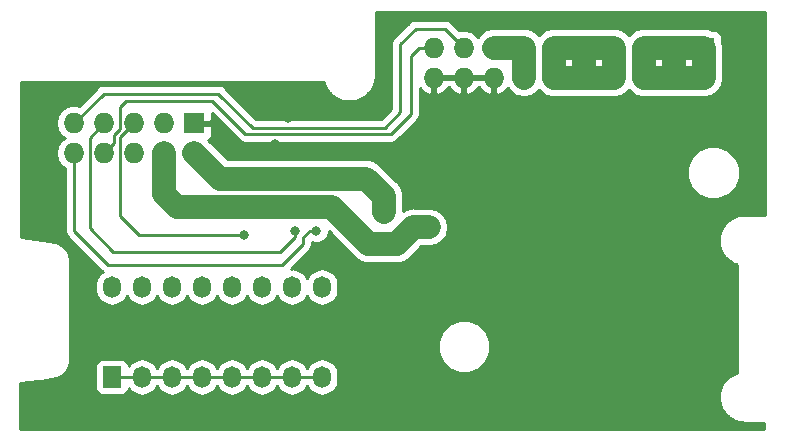
<source format=gbr>
G04 #@! TF.GenerationSoftware,KiCad,Pcbnew,(6.0.0-rc1-dev-557-ge985f797c)*
G04 #@! TF.CreationDate,2018-12-31T20:35:23+01:00*
G04 #@! TF.ProjectId,MAN Adapterplatine,4D414E2041646170746572706C617469,1.0*
G04 #@! TF.SameCoordinates,Original*
G04 #@! TF.FileFunction,Copper,L2,Bot,Signal*
G04 #@! TF.FilePolarity,Positive*
%FSLAX46Y46*%
G04 Gerber Fmt 4.6, Leading zero omitted, Abs format (unit mm)*
G04 Created by KiCad (PCBNEW (6.0.0-rc1-dev-557-ge985f797c)) date 12/31/18 20:35:23*
%MOMM*%
%LPD*%
G01*
G04 APERTURE LIST*
G04 #@! TA.AperFunction,ComponentPad*
%ADD10O,1.727200X1.727200*%
G04 #@! TD*
G04 #@! TA.AperFunction,ComponentPad*
%ADD11R,1.727200X1.727200*%
G04 #@! TD*
G04 #@! TA.AperFunction,ComponentPad*
%ADD12O,1.524000X1.824000*%
G04 #@! TD*
G04 #@! TA.AperFunction,ComponentPad*
%ADD13R,1.524000X1.824000*%
G04 #@! TD*
G04 #@! TA.AperFunction,ViaPad*
%ADD14C,0.800000*%
G04 #@! TD*
G04 #@! TA.AperFunction,Conductor*
%ADD15C,0.250000*%
G04 #@! TD*
G04 #@! TA.AperFunction,Conductor*
%ADD16C,2.000000*%
G04 #@! TD*
G04 #@! TA.AperFunction,Conductor*
%ADD17C,0.254000*%
G04 #@! TD*
G04 APERTURE END LIST*
D10*
G04 #@! TO.P,J2,10*
G04 #@! TO.N,/SR_Latch*
X96700000Y-78040000D03*
G04 #@! TO.P,J2,9*
G04 #@! TO.N,/Rx*
X96700000Y-75500000D03*
G04 #@! TO.P,J2,8*
G04 #@! TO.N,/Tx*
X99240000Y-78040000D03*
G04 #@! TO.P,J2,7*
G04 #@! TO.N,/SR_Clock*
X99240000Y-75500000D03*
G04 #@! TO.P,J2,6*
G04 #@! TO.N,/SR_Data*
X101780000Y-78040000D03*
G04 #@! TO.P,J2,5*
G04 #@! TO.N,+5V*
X101780000Y-75500000D03*
G04 #@! TO.P,J2,4*
G04 #@! TO.N,GNDPWR*
X104320000Y-78040000D03*
G04 #@! TO.P,J2,3*
G04 #@! TO.N,+10V*
X104320000Y-75500000D03*
G04 #@! TO.P,J2,2*
G04 #@! TO.N,AC*
X106860000Y-78040000D03*
D11*
G04 #@! TO.P,J2,1*
G04 #@! TO.N,GND*
X106860000Y-75500000D03*
G04 #@! TD*
D12*
G04 #@! TO.P,SW1,9*
G04 #@! TO.N,Net-(RN2-Pad1)*
X117680000Y-89380000D03*
G04 #@! TO.P,SW1,8*
G04 #@! TO.N,+5V*
X117680000Y-97000000D03*
G04 #@! TO.P,SW1,10*
G04 #@! TO.N,Net-(RN2-Pad2)*
X115140000Y-89380000D03*
G04 #@! TO.P,SW1,7*
G04 #@! TO.N,+5V*
X115140000Y-97000000D03*
G04 #@! TO.P,SW1,11*
G04 #@! TO.N,Net-(RN2-Pad3)*
X112600000Y-89380000D03*
G04 #@! TO.P,SW1,6*
G04 #@! TO.N,+5V*
X112600000Y-97000000D03*
G04 #@! TO.P,SW1,12*
G04 #@! TO.N,Net-(RN2-Pad4)*
X110060000Y-89380000D03*
G04 #@! TO.P,SW1,5*
G04 #@! TO.N,+5V*
X110060000Y-97000000D03*
G04 #@! TO.P,SW1,13*
G04 #@! TO.N,Net-(RN1-Pad1)*
X107520000Y-89380000D03*
G04 #@! TO.P,SW1,4*
G04 #@! TO.N,+5V*
X107520000Y-97000000D03*
G04 #@! TO.P,SW1,14*
G04 #@! TO.N,Net-(RN1-Pad2)*
X104980000Y-89380000D03*
G04 #@! TO.P,SW1,3*
G04 #@! TO.N,+5V*
X104980000Y-97000000D03*
G04 #@! TO.P,SW1,15*
G04 #@! TO.N,Net-(RN1-Pad3)*
X102440000Y-89380000D03*
G04 #@! TO.P,SW1,2*
G04 #@! TO.N,+5V*
X102440000Y-97000000D03*
G04 #@! TO.P,SW1,16*
G04 #@! TO.N,Net-(RN1-Pad4)*
X99900000Y-89380000D03*
D13*
G04 #@! TO.P,SW1,1*
G04 #@! TO.N,+5V*
X99900000Y-97000000D03*
G04 #@! TD*
D10*
G04 #@! TO.P,J1,20*
G04 #@! TO.N,GND*
X127140000Y-71640000D03*
G04 #@! TO.P,J1,19*
G04 #@! TO.N,/Tx*
X127140000Y-69100000D03*
G04 #@! TO.P,J1,18*
G04 #@! TO.N,GND*
X129680000Y-71640000D03*
G04 #@! TO.P,J1,17*
G04 #@! TO.N,/Rx*
X129680000Y-69100000D03*
G04 #@! TO.P,J1,16*
G04 #@! TO.N,GND*
X132220000Y-71640000D03*
G04 #@! TO.P,J1,15*
G04 #@! TO.N,+10V*
X132220000Y-69100000D03*
G04 #@! TO.P,J1,14*
X134760000Y-71640000D03*
G04 #@! TO.P,J1,13*
X134760000Y-69100000D03*
G04 #@! TO.P,J1,12*
G04 #@! TO.N,GNDPWR*
X137300000Y-71640000D03*
G04 #@! TO.P,J1,11*
X137300000Y-69100000D03*
G04 #@! TO.P,J1,10*
X139840000Y-71640000D03*
G04 #@! TO.P,J1,9*
X139840000Y-69100000D03*
G04 #@! TO.P,J1,8*
X142380000Y-71640000D03*
G04 #@! TO.P,J1,7*
X142380000Y-69100000D03*
G04 #@! TO.P,J1,6*
G04 #@! TO.N,AC*
X144920000Y-71640000D03*
G04 #@! TO.P,J1,5*
X144920000Y-69100000D03*
G04 #@! TO.P,J1,4*
X147460000Y-71640000D03*
G04 #@! TO.P,J1,3*
X147460000Y-69100000D03*
G04 #@! TO.P,J1,2*
X150000000Y-71640000D03*
D11*
G04 #@! TO.P,J1,1*
X150000000Y-69100000D03*
G04 #@! TD*
D14*
G04 #@! TO.N,GND*
X125600000Y-92100000D03*
X117000000Y-86200000D03*
X114800000Y-75100000D03*
X113700000Y-77300000D03*
G04 #@! TO.N,+5V*
X111050000Y-85000000D03*
G04 #@! TO.N,AC*
X122900000Y-81700000D03*
X122900000Y-83000000D03*
G04 #@! TO.N,GNDPWR*
X125400000Y-84300000D03*
X126700000Y-84300000D03*
G04 #@! TO.N,/SR_Latch*
X117200000Y-84600000D03*
G04 #@! TO.N,/SR_Clock*
X115400000Y-84600000D03*
G04 #@! TD*
D15*
G04 #@! TO.N,+5V*
X99900000Y-97000000D02*
X102440000Y-97000000D01*
X103452000Y-97000000D02*
X104980000Y-97000000D01*
X102440000Y-97000000D02*
X103452000Y-97000000D01*
X106508000Y-97000000D02*
X104980000Y-97000000D01*
X107520000Y-97000000D02*
X106508000Y-97000000D01*
X108532000Y-97000000D02*
X110060000Y-97000000D01*
X107520000Y-97000000D02*
X108532000Y-97000000D01*
X110060000Y-97000000D02*
X112600000Y-97000000D01*
X113612000Y-97000000D02*
X115140000Y-97000000D01*
X112600000Y-97000000D02*
X113612000Y-97000000D01*
X116668000Y-97000000D02*
X115140000Y-97000000D01*
X117680000Y-97000000D02*
X116668000Y-97000000D01*
X102200000Y-85000000D02*
X111050000Y-85000000D01*
X100591399Y-83391399D02*
X102200000Y-85000000D01*
X101780000Y-75500000D02*
X100591399Y-76688601D01*
X100591399Y-76688601D02*
X100591399Y-83391399D01*
D16*
G04 #@! TO.N,+10V*
X132220000Y-69100000D02*
X134760000Y-69100000D01*
X134760000Y-69100000D02*
X134760000Y-70460000D01*
X134760000Y-70460000D02*
X134760000Y-71640000D01*
G04 #@! TO.N,GNDPWR*
X137300000Y-69100000D02*
X139840000Y-69100000D01*
X139840000Y-69100000D02*
X139840000Y-71640000D01*
X139840000Y-69100000D02*
X142380000Y-69100000D01*
X137300000Y-71640000D02*
X139840000Y-71640000D01*
X139840000Y-71640000D02*
X142380000Y-71640000D01*
X137300000Y-69100000D02*
X137300000Y-71640000D01*
X142380000Y-69100000D02*
X142380000Y-71640000D01*
G04 #@! TO.N,AC*
X144920000Y-69100000D02*
X150000000Y-69100000D01*
X144920000Y-71640000D02*
X150000000Y-71640000D01*
X147460000Y-69100000D02*
X147460000Y-71640000D01*
X144920000Y-69100000D02*
X144920000Y-71640000D01*
X150000000Y-69100000D02*
X150000000Y-71640000D01*
X122900000Y-83000000D02*
X122900000Y-81700000D01*
X122900000Y-83000000D02*
X122900000Y-81900000D01*
X121400000Y-80200000D02*
X122900000Y-81700000D01*
X106860000Y-78040000D02*
X109020000Y-80200000D01*
X109020000Y-80200000D02*
X121400000Y-80200000D01*
G04 #@! TO.N,GNDPWR*
X125400000Y-84300000D02*
X124000000Y-85700000D01*
X124000000Y-85700000D02*
X121600000Y-85700000D01*
X121600000Y-85700000D02*
X118500000Y-82600000D01*
X118500000Y-82600000D02*
X105400000Y-82600000D01*
X104320000Y-81520000D02*
X104320000Y-78040000D01*
X105400000Y-82600000D02*
X104320000Y-81520000D01*
X125400000Y-84300000D02*
X126700000Y-84300000D01*
D15*
G04 #@! TO.N,/Tx*
X100103599Y-77176401D02*
X99240000Y-78040000D01*
X100103599Y-76496401D02*
X100103599Y-77176401D01*
X100591399Y-76008601D02*
X100103599Y-76496401D01*
X100591399Y-74108601D02*
X100591399Y-76008601D01*
X101100000Y-73600000D02*
X100591399Y-74108601D01*
X108400000Y-73600000D02*
X101100000Y-73600000D01*
X125918686Y-69100000D02*
X125200000Y-69818686D01*
X127140000Y-69100000D02*
X125918686Y-69100000D01*
X125200000Y-69818686D02*
X125200000Y-74700000D01*
X125200000Y-74700000D02*
X123500000Y-76400000D01*
X123500000Y-76400000D02*
X111200000Y-76400000D01*
X111200000Y-76400000D02*
X108400000Y-73600000D01*
G04 #@! TO.N,/Rx*
X108900000Y-73000000D02*
X99200000Y-73000000D01*
X128080000Y-67500000D02*
X125600000Y-67500000D01*
X99200000Y-73000000D02*
X96700000Y-75500000D01*
X129680000Y-69100000D02*
X128080000Y-67500000D01*
X125600000Y-67500000D02*
X124300000Y-68800000D01*
X111800000Y-75900000D02*
X108900000Y-73000000D01*
X124300000Y-68800000D02*
X124300000Y-74600000D01*
X124300000Y-74600000D02*
X123000000Y-75900000D01*
X123000000Y-75900000D02*
X111800000Y-75900000D01*
G04 #@! TO.N,/SR_Latch*
X116634315Y-84600000D02*
X116100000Y-85134315D01*
X117200000Y-84600000D02*
X116634315Y-84600000D01*
X116100000Y-85134315D02*
X116100000Y-85700000D01*
X116100000Y-85700000D02*
X114300000Y-87500000D01*
X114300000Y-87500000D02*
X99600000Y-87500000D01*
X96700000Y-84600000D02*
X96700000Y-78040000D01*
X99600000Y-87500000D02*
X96700000Y-84600000D01*
G04 #@! TO.N,/SR_Clock*
X115400000Y-85165685D02*
X114165685Y-86400000D01*
X115400000Y-84600000D02*
X115400000Y-85165685D01*
X114165685Y-86400000D02*
X100000000Y-86400000D01*
X100000000Y-86400000D02*
X98000000Y-84400000D01*
X98000000Y-76740000D02*
X99240000Y-75500000D01*
X98000000Y-84400000D02*
X98000000Y-76740000D01*
G04 #@! TD*
D17*
G04 #@! TO.N,GND*
G36*
X155228752Y-83244600D02*
X153470719Y-83244600D01*
X153452019Y-83248320D01*
X153442244Y-83247107D01*
X153254847Y-83260796D01*
X153218106Y-83270935D01*
X153180001Y-83270144D01*
X153005505Y-83301102D01*
X152969400Y-83315186D01*
X152930782Y-83318424D01*
X152774328Y-83363412D01*
X152739964Y-83381143D01*
X152701972Y-83388364D01*
X152559119Y-83446114D01*
X152526706Y-83467374D01*
X152489587Y-83478542D01*
X152358410Y-83548275D01*
X152328461Y-83572740D01*
X152292791Y-83587671D01*
X152173235Y-83668203D01*
X152145346Y-83696301D01*
X152110664Y-83715388D01*
X151995038Y-83812671D01*
X151970117Y-83843807D01*
X151937439Y-83866674D01*
X151836457Y-83972101D01*
X151815595Y-84004827D01*
X151786292Y-84030277D01*
X151696883Y-84145646D01*
X151679877Y-84179718D01*
X151653832Y-84207503D01*
X151577026Y-84330908D01*
X151563647Y-84366413D01*
X151540655Y-84396603D01*
X151474385Y-84532226D01*
X151464541Y-84569505D01*
X151444488Y-84602434D01*
X151390652Y-84749623D01*
X151384536Y-84788944D01*
X151367594Y-84824954D01*
X151327517Y-84986339D01*
X151325534Y-85028445D01*
X151312030Y-85068376D01*
X151288802Y-85246374D01*
X151291883Y-85292579D01*
X151282631Y-85337953D01*
X151281671Y-85537905D01*
X151290680Y-85584363D01*
X151287209Y-85631557D01*
X151309482Y-85811834D01*
X151323376Y-85853862D01*
X151325410Y-85898078D01*
X151365049Y-86058445D01*
X151383104Y-86096928D01*
X151389901Y-86138892D01*
X151444733Y-86285930D01*
X151466712Y-86321515D01*
X151478002Y-86361785D01*
X151545720Y-86495201D01*
X151571539Y-86528057D01*
X151587270Y-86566767D01*
X151668728Y-86690466D01*
X151697984Y-86720117D01*
X151717889Y-86756703D01*
X151809434Y-86866582D01*
X151841516Y-86892516D01*
X151865133Y-86926344D01*
X151968623Y-87025689D01*
X152003090Y-87047714D01*
X152030052Y-87078472D01*
X152143561Y-87165610D01*
X152179640Y-87183412D01*
X152209278Y-87210618D01*
X152334418Y-87286705D01*
X152371655Y-87300295D01*
X152403547Y-87323834D01*
X152541234Y-87388567D01*
X152579253Y-87397997D01*
X152613046Y-87417810D01*
X152767052Y-87471239D01*
X152804463Y-87476419D01*
X152808108Y-87478084D01*
X152808107Y-96624245D01*
X152802932Y-96625592D01*
X152768650Y-96642196D01*
X152731054Y-96648299D01*
X152584811Y-96702892D01*
X152551610Y-96723414D01*
X152513953Y-96733678D01*
X152379890Y-96800508D01*
X152348388Y-96824896D01*
X152311292Y-96839432D01*
X152188458Y-96918132D01*
X152159360Y-96946131D01*
X152123585Y-96964860D01*
X152011810Y-97054996D01*
X151985516Y-97086479D01*
X151951497Y-97109398D01*
X151849036Y-97212641D01*
X151826405Y-97246791D01*
X151795157Y-97273286D01*
X151706056Y-97385481D01*
X151687388Y-97421796D01*
X151659335Y-97451462D01*
X151580476Y-97576932D01*
X151565756Y-97615482D01*
X151540904Y-97648429D01*
X151474087Y-97786794D01*
X151463652Y-97827069D01*
X151442472Y-97862882D01*
X151389428Y-98013930D01*
X151383468Y-98055810D01*
X151366218Y-98094435D01*
X151328622Y-98259713D01*
X151327424Y-98303569D01*
X151314388Y-98345459D01*
X151295166Y-98527261D01*
X151299376Y-98573394D01*
X151291234Y-98618999D01*
X151295115Y-98816277D01*
X151304837Y-98860580D01*
X151302375Y-98905871D01*
X151327521Y-99081712D01*
X151341389Y-99121119D01*
X151343824Y-99162823D01*
X151385450Y-99322729D01*
X151402820Y-99358595D01*
X151409393Y-99397898D01*
X151464665Y-99543833D01*
X151485261Y-99576802D01*
X151495647Y-99614265D01*
X151563230Y-99748378D01*
X151586939Y-99778729D01*
X151601016Y-99814578D01*
X151679670Y-99937145D01*
X151706461Y-99964946D01*
X151724227Y-99999223D01*
X151814246Y-100111791D01*
X151844146Y-100136970D01*
X151865681Y-100169589D01*
X151967116Y-100272153D01*
X152000177Y-100294509D01*
X152025614Y-100325263D01*
X152140261Y-100418617D01*
X152175448Y-100437251D01*
X152203965Y-100465039D01*
X152325572Y-100544034D01*
X152362775Y-100558882D01*
X152394307Y-100583582D01*
X152533283Y-100653853D01*
X152571992Y-100664641D01*
X152606120Y-100685857D01*
X152753908Y-100741459D01*
X152792705Y-100747859D01*
X152828108Y-100764972D01*
X152990186Y-100807031D01*
X153028749Y-100809253D01*
X153065087Y-100822360D01*
X153241274Y-100848958D01*
X153278771Y-100847212D01*
X153315189Y-100856321D01*
X153453028Y-100863043D01*
X153470719Y-100866562D01*
X155101163Y-100866562D01*
X155101162Y-101398576D01*
X92131636Y-101398576D01*
X92131636Y-97533585D01*
X94498837Y-97228697D01*
X94501310Y-97227865D01*
X94501916Y-97227900D01*
X94679535Y-97203031D01*
X94692262Y-97198594D01*
X94705736Y-97198879D01*
X94875724Y-97168788D01*
X94896705Y-97160612D01*
X94919205Y-97159728D01*
X95081044Y-97120870D01*
X95110566Y-97107259D01*
X95142813Y-97103150D01*
X95295904Y-97051890D01*
X95333697Y-97030279D01*
X95375939Y-97019755D01*
X95512048Y-96955593D01*
X95556821Y-96922476D01*
X95608234Y-96901057D01*
X95728612Y-96820267D01*
X95776814Y-96771868D01*
X95833961Y-96734437D01*
X95935059Y-96635176D01*
X95979745Y-96569607D01*
X96035287Y-96512949D01*
X96117016Y-96387957D01*
X96147870Y-96311320D01*
X96191117Y-96240936D01*
X96245240Y-96094768D01*
X96246320Y-96088000D01*
X98490560Y-96088000D01*
X98490560Y-97912000D01*
X98539843Y-98159765D01*
X98680191Y-98369809D01*
X98890235Y-98510157D01*
X99138000Y-98559440D01*
X100662000Y-98559440D01*
X100909765Y-98510157D01*
X101119809Y-98369809D01*
X101260157Y-98159765D01*
X101300162Y-97958643D01*
X101432821Y-98157180D01*
X101894919Y-98465944D01*
X102440000Y-98574368D01*
X102985082Y-98465944D01*
X103447180Y-98157180D01*
X103710000Y-97763842D01*
X103972821Y-98157180D01*
X104434919Y-98465944D01*
X104980000Y-98574368D01*
X105525082Y-98465944D01*
X105987180Y-98157180D01*
X106250000Y-97763842D01*
X106512821Y-98157180D01*
X106974919Y-98465944D01*
X107520000Y-98574368D01*
X108065082Y-98465944D01*
X108527180Y-98157180D01*
X108790000Y-97763842D01*
X109052821Y-98157180D01*
X109514919Y-98465944D01*
X110060000Y-98574368D01*
X110605082Y-98465944D01*
X111067180Y-98157180D01*
X111330000Y-97763842D01*
X111592821Y-98157180D01*
X112054919Y-98465944D01*
X112600000Y-98574368D01*
X113145082Y-98465944D01*
X113607180Y-98157180D01*
X113870000Y-97763842D01*
X114132821Y-98157180D01*
X114594919Y-98465944D01*
X115140000Y-98574368D01*
X115685082Y-98465944D01*
X116147180Y-98157180D01*
X116410000Y-97763842D01*
X116672821Y-98157180D01*
X117134919Y-98465944D01*
X117680000Y-98574368D01*
X118225082Y-98465944D01*
X118687180Y-98157180D01*
X118995944Y-97695081D01*
X119077000Y-97287587D01*
X119077000Y-96712412D01*
X118995944Y-96304918D01*
X118687179Y-95842820D01*
X118225081Y-95534056D01*
X117680000Y-95425632D01*
X117134918Y-95534056D01*
X116672820Y-95842821D01*
X116410000Y-96236159D01*
X116147179Y-95842820D01*
X115685081Y-95534056D01*
X115140000Y-95425632D01*
X114594918Y-95534056D01*
X114132820Y-95842821D01*
X113870000Y-96236159D01*
X113607179Y-95842820D01*
X113145081Y-95534056D01*
X112600000Y-95425632D01*
X112054918Y-95534056D01*
X111592820Y-95842821D01*
X111330000Y-96236159D01*
X111067179Y-95842820D01*
X110605081Y-95534056D01*
X110060000Y-95425632D01*
X109514918Y-95534056D01*
X109052820Y-95842821D01*
X108790000Y-96236159D01*
X108527179Y-95842820D01*
X108065081Y-95534056D01*
X107520000Y-95425632D01*
X106974918Y-95534056D01*
X106512820Y-95842821D01*
X106250000Y-96236159D01*
X105987179Y-95842820D01*
X105525081Y-95534056D01*
X104980000Y-95425632D01*
X104434918Y-95534056D01*
X103972820Y-95842821D01*
X103710000Y-96236159D01*
X103447179Y-95842820D01*
X102985081Y-95534056D01*
X102440000Y-95425632D01*
X101894918Y-95534056D01*
X101432820Y-95842821D01*
X101300162Y-96041357D01*
X101260157Y-95840235D01*
X101119809Y-95630191D01*
X100909765Y-95489843D01*
X100662000Y-95440560D01*
X99138000Y-95440560D01*
X98890235Y-95489843D01*
X98680191Y-95630191D01*
X98539843Y-95840235D01*
X98490560Y-96088000D01*
X96246320Y-96088000D01*
X96257307Y-96019163D01*
X96283068Y-95947064D01*
X96308870Y-95772574D01*
X96306986Y-95734581D01*
X96318371Y-95677345D01*
X96318371Y-93955431D01*
X127465000Y-93955431D01*
X127465000Y-94844569D01*
X127805259Y-95666026D01*
X128433974Y-96294741D01*
X129255431Y-96635000D01*
X130144569Y-96635000D01*
X130966026Y-96294741D01*
X131594741Y-95666026D01*
X131935000Y-94844569D01*
X131935000Y-93955431D01*
X131594741Y-93133974D01*
X130966026Y-92505259D01*
X130144569Y-92165000D01*
X129255431Y-92165000D01*
X128433974Y-92505259D01*
X127805259Y-93133974D01*
X127465000Y-93955431D01*
X96318371Y-93955431D01*
X96318371Y-87025446D01*
X96307570Y-86971145D01*
X96309397Y-86936404D01*
X96283763Y-86759384D01*
X96258119Y-86686926D01*
X96246170Y-86611001D01*
X96192385Y-86464768D01*
X96150000Y-86395449D01*
X96120106Y-86319906D01*
X96041627Y-86198315D01*
X95987175Y-86142104D01*
X95943679Y-86077043D01*
X95843575Y-85976989D01*
X95786268Y-85938719D01*
X95737997Y-85889540D01*
X95617998Y-85807733D01*
X95565629Y-85785468D01*
X95520012Y-85751446D01*
X95380948Y-85685218D01*
X95338269Y-85674406D01*
X95300103Y-85652449D01*
X95150259Y-85601841D01*
X95117870Y-85597628D01*
X95088242Y-85583889D01*
X94924573Y-85544211D01*
X94901627Y-85543258D01*
X94880236Y-85534899D01*
X94709643Y-85504527D01*
X94695882Y-85504804D01*
X94682888Y-85500271D01*
X94570051Y-85484447D01*
X94560380Y-85481194D01*
X92193179Y-85176305D01*
X92193179Y-75500000D01*
X95172041Y-75500000D01*
X95288350Y-76084725D01*
X95619570Y-76580430D01*
X95903281Y-76770000D01*
X95619570Y-76959570D01*
X95288350Y-77455275D01*
X95172041Y-78040000D01*
X95288350Y-78624725D01*
X95619570Y-79120430D01*
X95940001Y-79334535D01*
X95940000Y-84525153D01*
X95925112Y-84600000D01*
X95940000Y-84674847D01*
X95940000Y-84674851D01*
X95984096Y-84896536D01*
X96152071Y-85147929D01*
X96215530Y-85190331D01*
X99009673Y-87984476D01*
X99052071Y-88047929D01*
X99103317Y-88082171D01*
X98892820Y-88222821D01*
X98584056Y-88684919D01*
X98503000Y-89092413D01*
X98503000Y-89667588D01*
X98584056Y-90075082D01*
X98892821Y-90537180D01*
X99354919Y-90845944D01*
X99900000Y-90954368D01*
X100445082Y-90845944D01*
X100907180Y-90537180D01*
X101170000Y-90143842D01*
X101432821Y-90537180D01*
X101894919Y-90845944D01*
X102440000Y-90954368D01*
X102985082Y-90845944D01*
X103447180Y-90537180D01*
X103710000Y-90143842D01*
X103972821Y-90537180D01*
X104434919Y-90845944D01*
X104980000Y-90954368D01*
X105525082Y-90845944D01*
X105987180Y-90537180D01*
X106250000Y-90143842D01*
X106512821Y-90537180D01*
X106974919Y-90845944D01*
X107520000Y-90954368D01*
X108065082Y-90845944D01*
X108527180Y-90537180D01*
X108790000Y-90143842D01*
X109052821Y-90537180D01*
X109514919Y-90845944D01*
X110060000Y-90954368D01*
X110605082Y-90845944D01*
X111067180Y-90537180D01*
X111330000Y-90143842D01*
X111592821Y-90537180D01*
X112054919Y-90845944D01*
X112600000Y-90954368D01*
X113145082Y-90845944D01*
X113607180Y-90537180D01*
X113870000Y-90143842D01*
X114132821Y-90537180D01*
X114594919Y-90845944D01*
X115140000Y-90954368D01*
X115685082Y-90845944D01*
X116147180Y-90537180D01*
X116410000Y-90143842D01*
X116672821Y-90537180D01*
X117134919Y-90845944D01*
X117680000Y-90954368D01*
X118225082Y-90845944D01*
X118687180Y-90537180D01*
X118995944Y-90075081D01*
X119077000Y-89667587D01*
X119077000Y-89092412D01*
X118995944Y-88684918D01*
X118687179Y-88222820D01*
X118225081Y-87914056D01*
X117680000Y-87805632D01*
X117134918Y-87914056D01*
X116672820Y-88222821D01*
X116410000Y-88616159D01*
X116147179Y-88222820D01*
X115685081Y-87914056D01*
X115140000Y-87805632D01*
X115051582Y-87823220D01*
X116584476Y-86290327D01*
X116647929Y-86247929D01*
X116690327Y-86184476D01*
X116690329Y-86184474D01*
X116790204Y-86035000D01*
X116815904Y-85996537D01*
X116860000Y-85774852D01*
X116860000Y-85774848D01*
X116874888Y-85700001D01*
X116860000Y-85625154D01*
X116860000Y-85579443D01*
X116994126Y-85635000D01*
X117405874Y-85635000D01*
X117786280Y-85477431D01*
X118077431Y-85186280D01*
X118235000Y-84805874D01*
X118235000Y-84647238D01*
X120330014Y-86742253D01*
X120421231Y-86878769D01*
X120962055Y-87240136D01*
X121438969Y-87335000D01*
X121599999Y-87367031D01*
X121761029Y-87335000D01*
X123838970Y-87335000D01*
X124000000Y-87367031D01*
X124161030Y-87335000D01*
X124161031Y-87335000D01*
X124637945Y-87240136D01*
X125178769Y-86878769D01*
X125269988Y-86742250D01*
X126077239Y-85935000D01*
X126861031Y-85935000D01*
X127337945Y-85840136D01*
X127878769Y-85478769D01*
X128240136Y-84937945D01*
X128367031Y-84300000D01*
X128240136Y-83662055D01*
X127878769Y-83121231D01*
X127337945Y-82759864D01*
X126861031Y-82665000D01*
X125561030Y-82665000D01*
X125400000Y-82632969D01*
X125238970Y-82665000D01*
X125238969Y-82665000D01*
X124762055Y-82759864D01*
X124535000Y-82911577D01*
X124535000Y-81861025D01*
X124567030Y-81699999D01*
X124535000Y-81538973D01*
X124535000Y-81538969D01*
X124440136Y-81062055D01*
X124078769Y-80521231D01*
X123942252Y-80430014D01*
X122767669Y-79255431D01*
X148565000Y-79255431D01*
X148565000Y-80144569D01*
X148905259Y-80966026D01*
X149533974Y-81594741D01*
X150355431Y-81935000D01*
X151244569Y-81935000D01*
X152066026Y-81594741D01*
X152694741Y-80966026D01*
X153035000Y-80144569D01*
X153035000Y-79255431D01*
X152694741Y-78433974D01*
X152066026Y-77805259D01*
X151244569Y-77465000D01*
X150355431Y-77465000D01*
X149533974Y-77805259D01*
X148905259Y-78433974D01*
X148565000Y-79255431D01*
X122767669Y-79255431D01*
X122669988Y-79157750D01*
X122578769Y-79021231D01*
X122037945Y-78659864D01*
X121561031Y-78565000D01*
X121561030Y-78565000D01*
X121400000Y-78532969D01*
X121238970Y-78565000D01*
X109697239Y-78565000D01*
X108048556Y-76916318D01*
X108083299Y-76901927D01*
X108261927Y-76723298D01*
X108358600Y-76489909D01*
X108358600Y-75785750D01*
X108199850Y-75627000D01*
X106987000Y-75627000D01*
X106987000Y-75647000D01*
X106733000Y-75647000D01*
X106733000Y-75627000D01*
X106713000Y-75627000D01*
X106713000Y-75373000D01*
X106733000Y-75373000D01*
X106733000Y-75353000D01*
X106987000Y-75353000D01*
X106987000Y-75373000D01*
X108199850Y-75373000D01*
X108358600Y-75214250D01*
X108358600Y-74633401D01*
X110609671Y-76884473D01*
X110652071Y-76947929D01*
X110903463Y-77115904D01*
X111125148Y-77160000D01*
X111125153Y-77160000D01*
X111200000Y-77174888D01*
X111274847Y-77160000D01*
X123425153Y-77160000D01*
X123500000Y-77174888D01*
X123574847Y-77160000D01*
X123574852Y-77160000D01*
X123796537Y-77115904D01*
X124047929Y-76947929D01*
X124090331Y-76884470D01*
X125684473Y-75290329D01*
X125747929Y-75247929D01*
X125915904Y-74996537D01*
X125960000Y-74774852D01*
X125960000Y-74774848D01*
X125974888Y-74700001D01*
X125960000Y-74625154D01*
X125960000Y-72527450D01*
X126251510Y-72846821D01*
X126780973Y-73094968D01*
X127013000Y-72974469D01*
X127013000Y-71767000D01*
X127267000Y-71767000D01*
X127267000Y-72974469D01*
X127499027Y-73094968D01*
X128028490Y-72846821D01*
X128410000Y-72428848D01*
X128791510Y-72846821D01*
X129320973Y-73094968D01*
X129553000Y-72974469D01*
X129553000Y-71767000D01*
X129807000Y-71767000D01*
X129807000Y-72974469D01*
X130039027Y-73094968D01*
X130568490Y-72846821D01*
X130950000Y-72428848D01*
X131331510Y-72846821D01*
X131860973Y-73094968D01*
X132093000Y-72974469D01*
X132093000Y-71767000D01*
X129807000Y-71767000D01*
X129553000Y-71767000D01*
X127267000Y-71767000D01*
X127013000Y-71767000D01*
X126993000Y-71767000D01*
X126993000Y-71513000D01*
X127013000Y-71513000D01*
X127013000Y-71493000D01*
X127267000Y-71493000D01*
X127267000Y-71513000D01*
X129553000Y-71513000D01*
X129553000Y-71493000D01*
X129807000Y-71493000D01*
X129807000Y-71513000D01*
X132093000Y-71513000D01*
X132093000Y-71493000D01*
X132347000Y-71493000D01*
X132347000Y-71513000D01*
X132367000Y-71513000D01*
X132367000Y-71767000D01*
X132347000Y-71767000D01*
X132347000Y-72974469D01*
X132579027Y-73094968D01*
X133108490Y-72846821D01*
X133392251Y-72535939D01*
X133581232Y-72818769D01*
X134122056Y-73180136D01*
X134760000Y-73307031D01*
X135397945Y-73180136D01*
X135938769Y-72818769D01*
X136030000Y-72682232D01*
X136121231Y-72818769D01*
X136662055Y-73180136D01*
X137138969Y-73275000D01*
X137300000Y-73307031D01*
X137461031Y-73275000D01*
X139678969Y-73275000D01*
X139840000Y-73307031D01*
X140001031Y-73275000D01*
X142218969Y-73275000D01*
X142380000Y-73307031D01*
X143017945Y-73180136D01*
X143558769Y-72818769D01*
X143650000Y-72682232D01*
X143741231Y-72818769D01*
X144282055Y-73180136D01*
X144758969Y-73275000D01*
X144920000Y-73307031D01*
X145081031Y-73275000D01*
X147298969Y-73275000D01*
X147460000Y-73307031D01*
X147621031Y-73275000D01*
X149838969Y-73275000D01*
X150000000Y-73307031D01*
X150637945Y-73180136D01*
X151178769Y-72818769D01*
X151540136Y-72277945D01*
X151635000Y-71801031D01*
X151667031Y-71640000D01*
X151635000Y-71478969D01*
X151635000Y-69261031D01*
X151667031Y-69100000D01*
X151540136Y-68462055D01*
X151511040Y-68418510D01*
X151511040Y-68236400D01*
X151461757Y-67988635D01*
X151321409Y-67778591D01*
X151111365Y-67638243D01*
X150863600Y-67588960D01*
X150681490Y-67588960D01*
X150637945Y-67559864D01*
X150161031Y-67465000D01*
X150000000Y-67432969D01*
X149838969Y-67465000D01*
X147621031Y-67465000D01*
X147460000Y-67432969D01*
X147298969Y-67465000D01*
X145081031Y-67465000D01*
X144920000Y-67432969D01*
X144758969Y-67465000D01*
X144282055Y-67559864D01*
X143741231Y-67921231D01*
X143650000Y-68057768D01*
X143558769Y-67921231D01*
X143017945Y-67559864D01*
X142541031Y-67465000D01*
X142380000Y-67432969D01*
X142218969Y-67465000D01*
X140001031Y-67465000D01*
X139840000Y-67432969D01*
X139678969Y-67465000D01*
X137461031Y-67465000D01*
X137300000Y-67432969D01*
X137138969Y-67465000D01*
X136662055Y-67559864D01*
X136121231Y-67921231D01*
X136030000Y-68057768D01*
X135938769Y-67921231D01*
X135397945Y-67559864D01*
X134921031Y-67465000D01*
X134760000Y-67432969D01*
X134598969Y-67465000D01*
X132058969Y-67465000D01*
X131582055Y-67559864D01*
X131041231Y-67921231D01*
X130867977Y-68180525D01*
X130760430Y-68019570D01*
X130264725Y-67688350D01*
X129827598Y-67601400D01*
X129532402Y-67601400D01*
X129302026Y-67647225D01*
X128670331Y-67015530D01*
X128627929Y-66952071D01*
X128376537Y-66784096D01*
X128154852Y-66740000D01*
X128154847Y-66740000D01*
X128080000Y-66725112D01*
X128005153Y-66740000D01*
X125674848Y-66740000D01*
X125600000Y-66725112D01*
X125525152Y-66740000D01*
X125525148Y-66740000D01*
X125303463Y-66784096D01*
X125052071Y-66952071D01*
X125009671Y-67015527D01*
X123815530Y-68209669D01*
X123752071Y-68252071D01*
X123584096Y-68503464D01*
X123540000Y-68725149D01*
X123540000Y-68725153D01*
X123525112Y-68800000D01*
X123540000Y-68874847D01*
X123540001Y-74285197D01*
X122685199Y-75140000D01*
X112114803Y-75140000D01*
X109490331Y-72515530D01*
X109447929Y-72452071D01*
X109196537Y-72284096D01*
X108974852Y-72240000D01*
X108974847Y-72240000D01*
X108900000Y-72225112D01*
X108825153Y-72240000D01*
X99274847Y-72240000D01*
X99200000Y-72225112D01*
X99125153Y-72240000D01*
X99125148Y-72240000D01*
X98903463Y-72284096D01*
X98652071Y-72452071D01*
X98609671Y-72515527D01*
X97077974Y-74047225D01*
X96847598Y-74001400D01*
X96552402Y-74001400D01*
X96115275Y-74088350D01*
X95619570Y-74419570D01*
X95288350Y-74915275D01*
X95172041Y-75500000D01*
X92193179Y-75500000D01*
X92193179Y-71999224D01*
X117812510Y-71991345D01*
X117854274Y-72134982D01*
X117870005Y-72165249D01*
X117876058Y-72198815D01*
X117932922Y-72343378D01*
X117951903Y-72372918D01*
X117961368Y-72406733D01*
X118028900Y-72539915D01*
X118051114Y-72568207D01*
X118064115Y-72601748D01*
X118142189Y-72724597D01*
X118167661Y-72751264D01*
X118184331Y-72784155D01*
X118273506Y-72897774D01*
X118302103Y-72922305D01*
X118322455Y-72954016D01*
X118422387Y-73057710D01*
X118453649Y-73079445D01*
X118477385Y-73109212D01*
X118587165Y-73201925D01*
X118620575Y-73220393D01*
X118647313Y-73247640D01*
X118766781Y-73329106D01*
X118802107Y-73344130D01*
X118831678Y-73368607D01*
X118962201Y-73439079D01*
X118999422Y-73450540D01*
X119031858Y-73472094D01*
X119174474Y-73530741D01*
X119213582Y-73538416D01*
X119248949Y-73556788D01*
X119405194Y-73602182D01*
X119446233Y-73605736D01*
X119484664Y-73620557D01*
X119655345Y-73650158D01*
X119699192Y-73649077D01*
X119741691Y-73659919D01*
X119934431Y-73670224D01*
X119978957Y-73663816D01*
X120023571Y-73669577D01*
X120212074Y-73656751D01*
X120253049Y-73645663D01*
X120295498Y-73646255D01*
X120466323Y-73614747D01*
X120502887Y-73600196D01*
X120542070Y-73596578D01*
X120696708Y-73550697D01*
X120729829Y-73533252D01*
X120766568Y-73526076D01*
X120909096Y-73467615D01*
X120939620Y-73447372D01*
X120974703Y-73436844D01*
X121107530Y-73366357D01*
X121135482Y-73343557D01*
X121168861Y-73329889D01*
X121289919Y-73249708D01*
X121315416Y-73224416D01*
X121347183Y-73207662D01*
X121460202Y-73115952D01*
X121483024Y-73088455D01*
X121512883Y-73068826D01*
X121613771Y-72969440D01*
X121633670Y-72940137D01*
X121661279Y-72917952D01*
X121753037Y-72808469D01*
X121770073Y-72777373D01*
X121795472Y-72752628D01*
X121877422Y-72633377D01*
X121891470Y-72600676D01*
X121914468Y-72573516D01*
X121987100Y-72442524D01*
X121997904Y-72408788D01*
X122018118Y-72379696D01*
X122079327Y-72239215D01*
X122086806Y-72204895D01*
X122104036Y-72174286D01*
X122154323Y-72020664D01*
X122158451Y-71986429D01*
X122172510Y-71954938D01*
X122209568Y-71791930D01*
X122210481Y-71758370D01*
X122221344Y-71726608D01*
X122245006Y-71550019D01*
X122242910Y-71516868D01*
X122250812Y-71484600D01*
X122256956Y-71344465D01*
X122260121Y-71328554D01*
X122260121Y-66080130D01*
X155228753Y-66080130D01*
X155228752Y-83244600D01*
X155228752Y-83244600D01*
G37*
X155228752Y-83244600D02*
X153470719Y-83244600D01*
X153452019Y-83248320D01*
X153442244Y-83247107D01*
X153254847Y-83260796D01*
X153218106Y-83270935D01*
X153180001Y-83270144D01*
X153005505Y-83301102D01*
X152969400Y-83315186D01*
X152930782Y-83318424D01*
X152774328Y-83363412D01*
X152739964Y-83381143D01*
X152701972Y-83388364D01*
X152559119Y-83446114D01*
X152526706Y-83467374D01*
X152489587Y-83478542D01*
X152358410Y-83548275D01*
X152328461Y-83572740D01*
X152292791Y-83587671D01*
X152173235Y-83668203D01*
X152145346Y-83696301D01*
X152110664Y-83715388D01*
X151995038Y-83812671D01*
X151970117Y-83843807D01*
X151937439Y-83866674D01*
X151836457Y-83972101D01*
X151815595Y-84004827D01*
X151786292Y-84030277D01*
X151696883Y-84145646D01*
X151679877Y-84179718D01*
X151653832Y-84207503D01*
X151577026Y-84330908D01*
X151563647Y-84366413D01*
X151540655Y-84396603D01*
X151474385Y-84532226D01*
X151464541Y-84569505D01*
X151444488Y-84602434D01*
X151390652Y-84749623D01*
X151384536Y-84788944D01*
X151367594Y-84824954D01*
X151327517Y-84986339D01*
X151325534Y-85028445D01*
X151312030Y-85068376D01*
X151288802Y-85246374D01*
X151291883Y-85292579D01*
X151282631Y-85337953D01*
X151281671Y-85537905D01*
X151290680Y-85584363D01*
X151287209Y-85631557D01*
X151309482Y-85811834D01*
X151323376Y-85853862D01*
X151325410Y-85898078D01*
X151365049Y-86058445D01*
X151383104Y-86096928D01*
X151389901Y-86138892D01*
X151444733Y-86285930D01*
X151466712Y-86321515D01*
X151478002Y-86361785D01*
X151545720Y-86495201D01*
X151571539Y-86528057D01*
X151587270Y-86566767D01*
X151668728Y-86690466D01*
X151697984Y-86720117D01*
X151717889Y-86756703D01*
X151809434Y-86866582D01*
X151841516Y-86892516D01*
X151865133Y-86926344D01*
X151968623Y-87025689D01*
X152003090Y-87047714D01*
X152030052Y-87078472D01*
X152143561Y-87165610D01*
X152179640Y-87183412D01*
X152209278Y-87210618D01*
X152334418Y-87286705D01*
X152371655Y-87300295D01*
X152403547Y-87323834D01*
X152541234Y-87388567D01*
X152579253Y-87397997D01*
X152613046Y-87417810D01*
X152767052Y-87471239D01*
X152804463Y-87476419D01*
X152808108Y-87478084D01*
X152808107Y-96624245D01*
X152802932Y-96625592D01*
X152768650Y-96642196D01*
X152731054Y-96648299D01*
X152584811Y-96702892D01*
X152551610Y-96723414D01*
X152513953Y-96733678D01*
X152379890Y-96800508D01*
X152348388Y-96824896D01*
X152311292Y-96839432D01*
X152188458Y-96918132D01*
X152159360Y-96946131D01*
X152123585Y-96964860D01*
X152011810Y-97054996D01*
X151985516Y-97086479D01*
X151951497Y-97109398D01*
X151849036Y-97212641D01*
X151826405Y-97246791D01*
X151795157Y-97273286D01*
X151706056Y-97385481D01*
X151687388Y-97421796D01*
X151659335Y-97451462D01*
X151580476Y-97576932D01*
X151565756Y-97615482D01*
X151540904Y-97648429D01*
X151474087Y-97786794D01*
X151463652Y-97827069D01*
X151442472Y-97862882D01*
X151389428Y-98013930D01*
X151383468Y-98055810D01*
X151366218Y-98094435D01*
X151328622Y-98259713D01*
X151327424Y-98303569D01*
X151314388Y-98345459D01*
X151295166Y-98527261D01*
X151299376Y-98573394D01*
X151291234Y-98618999D01*
X151295115Y-98816277D01*
X151304837Y-98860580D01*
X151302375Y-98905871D01*
X151327521Y-99081712D01*
X151341389Y-99121119D01*
X151343824Y-99162823D01*
X151385450Y-99322729D01*
X151402820Y-99358595D01*
X151409393Y-99397898D01*
X151464665Y-99543833D01*
X151485261Y-99576802D01*
X151495647Y-99614265D01*
X151563230Y-99748378D01*
X151586939Y-99778729D01*
X151601016Y-99814578D01*
X151679670Y-99937145D01*
X151706461Y-99964946D01*
X151724227Y-99999223D01*
X151814246Y-100111791D01*
X151844146Y-100136970D01*
X151865681Y-100169589D01*
X151967116Y-100272153D01*
X152000177Y-100294509D01*
X152025614Y-100325263D01*
X152140261Y-100418617D01*
X152175448Y-100437251D01*
X152203965Y-100465039D01*
X152325572Y-100544034D01*
X152362775Y-100558882D01*
X152394307Y-100583582D01*
X152533283Y-100653853D01*
X152571992Y-100664641D01*
X152606120Y-100685857D01*
X152753908Y-100741459D01*
X152792705Y-100747859D01*
X152828108Y-100764972D01*
X152990186Y-100807031D01*
X153028749Y-100809253D01*
X153065087Y-100822360D01*
X153241274Y-100848958D01*
X153278771Y-100847212D01*
X153315189Y-100856321D01*
X153453028Y-100863043D01*
X153470719Y-100866562D01*
X155101163Y-100866562D01*
X155101162Y-101398576D01*
X92131636Y-101398576D01*
X92131636Y-97533585D01*
X94498837Y-97228697D01*
X94501310Y-97227865D01*
X94501916Y-97227900D01*
X94679535Y-97203031D01*
X94692262Y-97198594D01*
X94705736Y-97198879D01*
X94875724Y-97168788D01*
X94896705Y-97160612D01*
X94919205Y-97159728D01*
X95081044Y-97120870D01*
X95110566Y-97107259D01*
X95142813Y-97103150D01*
X95295904Y-97051890D01*
X95333697Y-97030279D01*
X95375939Y-97019755D01*
X95512048Y-96955593D01*
X95556821Y-96922476D01*
X95608234Y-96901057D01*
X95728612Y-96820267D01*
X95776814Y-96771868D01*
X95833961Y-96734437D01*
X95935059Y-96635176D01*
X95979745Y-96569607D01*
X96035287Y-96512949D01*
X96117016Y-96387957D01*
X96147870Y-96311320D01*
X96191117Y-96240936D01*
X96245240Y-96094768D01*
X96246320Y-96088000D01*
X98490560Y-96088000D01*
X98490560Y-97912000D01*
X98539843Y-98159765D01*
X98680191Y-98369809D01*
X98890235Y-98510157D01*
X99138000Y-98559440D01*
X100662000Y-98559440D01*
X100909765Y-98510157D01*
X101119809Y-98369809D01*
X101260157Y-98159765D01*
X101300162Y-97958643D01*
X101432821Y-98157180D01*
X101894919Y-98465944D01*
X102440000Y-98574368D01*
X102985082Y-98465944D01*
X103447180Y-98157180D01*
X103710000Y-97763842D01*
X103972821Y-98157180D01*
X104434919Y-98465944D01*
X104980000Y-98574368D01*
X105525082Y-98465944D01*
X105987180Y-98157180D01*
X106250000Y-97763842D01*
X106512821Y-98157180D01*
X106974919Y-98465944D01*
X107520000Y-98574368D01*
X108065082Y-98465944D01*
X108527180Y-98157180D01*
X108790000Y-97763842D01*
X109052821Y-98157180D01*
X109514919Y-98465944D01*
X110060000Y-98574368D01*
X110605082Y-98465944D01*
X111067180Y-98157180D01*
X111330000Y-97763842D01*
X111592821Y-98157180D01*
X112054919Y-98465944D01*
X112600000Y-98574368D01*
X113145082Y-98465944D01*
X113607180Y-98157180D01*
X113870000Y-97763842D01*
X114132821Y-98157180D01*
X114594919Y-98465944D01*
X115140000Y-98574368D01*
X115685082Y-98465944D01*
X116147180Y-98157180D01*
X116410000Y-97763842D01*
X116672821Y-98157180D01*
X117134919Y-98465944D01*
X117680000Y-98574368D01*
X118225082Y-98465944D01*
X118687180Y-98157180D01*
X118995944Y-97695081D01*
X119077000Y-97287587D01*
X119077000Y-96712412D01*
X118995944Y-96304918D01*
X118687179Y-95842820D01*
X118225081Y-95534056D01*
X117680000Y-95425632D01*
X117134918Y-95534056D01*
X116672820Y-95842821D01*
X116410000Y-96236159D01*
X116147179Y-95842820D01*
X115685081Y-95534056D01*
X115140000Y-95425632D01*
X114594918Y-95534056D01*
X114132820Y-95842821D01*
X113870000Y-96236159D01*
X113607179Y-95842820D01*
X113145081Y-95534056D01*
X112600000Y-95425632D01*
X112054918Y-95534056D01*
X111592820Y-95842821D01*
X111330000Y-96236159D01*
X111067179Y-95842820D01*
X110605081Y-95534056D01*
X110060000Y-95425632D01*
X109514918Y-95534056D01*
X109052820Y-95842821D01*
X108790000Y-96236159D01*
X108527179Y-95842820D01*
X108065081Y-95534056D01*
X107520000Y-95425632D01*
X106974918Y-95534056D01*
X106512820Y-95842821D01*
X106250000Y-96236159D01*
X105987179Y-95842820D01*
X105525081Y-95534056D01*
X104980000Y-95425632D01*
X104434918Y-95534056D01*
X103972820Y-95842821D01*
X103710000Y-96236159D01*
X103447179Y-95842820D01*
X102985081Y-95534056D01*
X102440000Y-95425632D01*
X101894918Y-95534056D01*
X101432820Y-95842821D01*
X101300162Y-96041357D01*
X101260157Y-95840235D01*
X101119809Y-95630191D01*
X100909765Y-95489843D01*
X100662000Y-95440560D01*
X99138000Y-95440560D01*
X98890235Y-95489843D01*
X98680191Y-95630191D01*
X98539843Y-95840235D01*
X98490560Y-96088000D01*
X96246320Y-96088000D01*
X96257307Y-96019163D01*
X96283068Y-95947064D01*
X96308870Y-95772574D01*
X96306986Y-95734581D01*
X96318371Y-95677345D01*
X96318371Y-93955431D01*
X127465000Y-93955431D01*
X127465000Y-94844569D01*
X127805259Y-95666026D01*
X128433974Y-96294741D01*
X129255431Y-96635000D01*
X130144569Y-96635000D01*
X130966026Y-96294741D01*
X131594741Y-95666026D01*
X131935000Y-94844569D01*
X131935000Y-93955431D01*
X131594741Y-93133974D01*
X130966026Y-92505259D01*
X130144569Y-92165000D01*
X129255431Y-92165000D01*
X128433974Y-92505259D01*
X127805259Y-93133974D01*
X127465000Y-93955431D01*
X96318371Y-93955431D01*
X96318371Y-87025446D01*
X96307570Y-86971145D01*
X96309397Y-86936404D01*
X96283763Y-86759384D01*
X96258119Y-86686926D01*
X96246170Y-86611001D01*
X96192385Y-86464768D01*
X96150000Y-86395449D01*
X96120106Y-86319906D01*
X96041627Y-86198315D01*
X95987175Y-86142104D01*
X95943679Y-86077043D01*
X95843575Y-85976989D01*
X95786268Y-85938719D01*
X95737997Y-85889540D01*
X95617998Y-85807733D01*
X95565629Y-85785468D01*
X95520012Y-85751446D01*
X95380948Y-85685218D01*
X95338269Y-85674406D01*
X95300103Y-85652449D01*
X95150259Y-85601841D01*
X95117870Y-85597628D01*
X95088242Y-85583889D01*
X94924573Y-85544211D01*
X94901627Y-85543258D01*
X94880236Y-85534899D01*
X94709643Y-85504527D01*
X94695882Y-85504804D01*
X94682888Y-85500271D01*
X94570051Y-85484447D01*
X94560380Y-85481194D01*
X92193179Y-85176305D01*
X92193179Y-75500000D01*
X95172041Y-75500000D01*
X95288350Y-76084725D01*
X95619570Y-76580430D01*
X95903281Y-76770000D01*
X95619570Y-76959570D01*
X95288350Y-77455275D01*
X95172041Y-78040000D01*
X95288350Y-78624725D01*
X95619570Y-79120430D01*
X95940001Y-79334535D01*
X95940000Y-84525153D01*
X95925112Y-84600000D01*
X95940000Y-84674847D01*
X95940000Y-84674851D01*
X95984096Y-84896536D01*
X96152071Y-85147929D01*
X96215530Y-85190331D01*
X99009673Y-87984476D01*
X99052071Y-88047929D01*
X99103317Y-88082171D01*
X98892820Y-88222821D01*
X98584056Y-88684919D01*
X98503000Y-89092413D01*
X98503000Y-89667588D01*
X98584056Y-90075082D01*
X98892821Y-90537180D01*
X99354919Y-90845944D01*
X99900000Y-90954368D01*
X100445082Y-90845944D01*
X100907180Y-90537180D01*
X101170000Y-90143842D01*
X101432821Y-90537180D01*
X101894919Y-90845944D01*
X102440000Y-90954368D01*
X102985082Y-90845944D01*
X103447180Y-90537180D01*
X103710000Y-90143842D01*
X103972821Y-90537180D01*
X104434919Y-90845944D01*
X104980000Y-90954368D01*
X105525082Y-90845944D01*
X105987180Y-90537180D01*
X106250000Y-90143842D01*
X106512821Y-90537180D01*
X106974919Y-90845944D01*
X107520000Y-90954368D01*
X108065082Y-90845944D01*
X108527180Y-90537180D01*
X108790000Y-90143842D01*
X109052821Y-90537180D01*
X109514919Y-90845944D01*
X110060000Y-90954368D01*
X110605082Y-90845944D01*
X111067180Y-90537180D01*
X111330000Y-90143842D01*
X111592821Y-90537180D01*
X112054919Y-90845944D01*
X112600000Y-90954368D01*
X113145082Y-90845944D01*
X113607180Y-90537180D01*
X113870000Y-90143842D01*
X114132821Y-90537180D01*
X114594919Y-90845944D01*
X115140000Y-90954368D01*
X115685082Y-90845944D01*
X116147180Y-90537180D01*
X116410000Y-90143842D01*
X116672821Y-90537180D01*
X117134919Y-90845944D01*
X117680000Y-90954368D01*
X118225082Y-90845944D01*
X118687180Y-90537180D01*
X118995944Y-90075081D01*
X119077000Y-89667587D01*
X119077000Y-89092412D01*
X118995944Y-88684918D01*
X118687179Y-88222820D01*
X118225081Y-87914056D01*
X117680000Y-87805632D01*
X117134918Y-87914056D01*
X116672820Y-88222821D01*
X116410000Y-88616159D01*
X116147179Y-88222820D01*
X115685081Y-87914056D01*
X115140000Y-87805632D01*
X115051582Y-87823220D01*
X116584476Y-86290327D01*
X116647929Y-86247929D01*
X116690327Y-86184476D01*
X116690329Y-86184474D01*
X116790204Y-86035000D01*
X116815904Y-85996537D01*
X116860000Y-85774852D01*
X116860000Y-85774848D01*
X116874888Y-85700001D01*
X116860000Y-85625154D01*
X116860000Y-85579443D01*
X116994126Y-85635000D01*
X117405874Y-85635000D01*
X117786280Y-85477431D01*
X118077431Y-85186280D01*
X118235000Y-84805874D01*
X118235000Y-84647238D01*
X120330014Y-86742253D01*
X120421231Y-86878769D01*
X120962055Y-87240136D01*
X121438969Y-87335000D01*
X121599999Y-87367031D01*
X121761029Y-87335000D01*
X123838970Y-87335000D01*
X124000000Y-87367031D01*
X124161030Y-87335000D01*
X124161031Y-87335000D01*
X124637945Y-87240136D01*
X125178769Y-86878769D01*
X125269988Y-86742250D01*
X126077239Y-85935000D01*
X126861031Y-85935000D01*
X127337945Y-85840136D01*
X127878769Y-85478769D01*
X128240136Y-84937945D01*
X128367031Y-84300000D01*
X128240136Y-83662055D01*
X127878769Y-83121231D01*
X127337945Y-82759864D01*
X126861031Y-82665000D01*
X125561030Y-82665000D01*
X125400000Y-82632969D01*
X125238970Y-82665000D01*
X125238969Y-82665000D01*
X124762055Y-82759864D01*
X124535000Y-82911577D01*
X124535000Y-81861025D01*
X124567030Y-81699999D01*
X124535000Y-81538973D01*
X124535000Y-81538969D01*
X124440136Y-81062055D01*
X124078769Y-80521231D01*
X123942252Y-80430014D01*
X122767669Y-79255431D01*
X148565000Y-79255431D01*
X148565000Y-80144569D01*
X148905259Y-80966026D01*
X149533974Y-81594741D01*
X150355431Y-81935000D01*
X151244569Y-81935000D01*
X152066026Y-81594741D01*
X152694741Y-80966026D01*
X153035000Y-80144569D01*
X153035000Y-79255431D01*
X152694741Y-78433974D01*
X152066026Y-77805259D01*
X151244569Y-77465000D01*
X150355431Y-77465000D01*
X149533974Y-77805259D01*
X148905259Y-78433974D01*
X148565000Y-79255431D01*
X122767669Y-79255431D01*
X122669988Y-79157750D01*
X122578769Y-79021231D01*
X122037945Y-78659864D01*
X121561031Y-78565000D01*
X121561030Y-78565000D01*
X121400000Y-78532969D01*
X121238970Y-78565000D01*
X109697239Y-78565000D01*
X108048556Y-76916318D01*
X108083299Y-76901927D01*
X108261927Y-76723298D01*
X108358600Y-76489909D01*
X108358600Y-75785750D01*
X108199850Y-75627000D01*
X106987000Y-75627000D01*
X106987000Y-75647000D01*
X106733000Y-75647000D01*
X106733000Y-75627000D01*
X106713000Y-75627000D01*
X106713000Y-75373000D01*
X106733000Y-75373000D01*
X106733000Y-75353000D01*
X106987000Y-75353000D01*
X106987000Y-75373000D01*
X108199850Y-75373000D01*
X108358600Y-75214250D01*
X108358600Y-74633401D01*
X110609671Y-76884473D01*
X110652071Y-76947929D01*
X110903463Y-77115904D01*
X111125148Y-77160000D01*
X111125153Y-77160000D01*
X111200000Y-77174888D01*
X111274847Y-77160000D01*
X123425153Y-77160000D01*
X123500000Y-77174888D01*
X123574847Y-77160000D01*
X123574852Y-77160000D01*
X123796537Y-77115904D01*
X124047929Y-76947929D01*
X124090331Y-76884470D01*
X125684473Y-75290329D01*
X125747929Y-75247929D01*
X125915904Y-74996537D01*
X125960000Y-74774852D01*
X125960000Y-74774848D01*
X125974888Y-74700001D01*
X125960000Y-74625154D01*
X125960000Y-72527450D01*
X126251510Y-72846821D01*
X126780973Y-73094968D01*
X127013000Y-72974469D01*
X127013000Y-71767000D01*
X127267000Y-71767000D01*
X127267000Y-72974469D01*
X127499027Y-73094968D01*
X128028490Y-72846821D01*
X128410000Y-72428848D01*
X128791510Y-72846821D01*
X129320973Y-73094968D01*
X129553000Y-72974469D01*
X129553000Y-71767000D01*
X129807000Y-71767000D01*
X129807000Y-72974469D01*
X130039027Y-73094968D01*
X130568490Y-72846821D01*
X130950000Y-72428848D01*
X131331510Y-72846821D01*
X131860973Y-73094968D01*
X132093000Y-72974469D01*
X132093000Y-71767000D01*
X129807000Y-71767000D01*
X129553000Y-71767000D01*
X127267000Y-71767000D01*
X127013000Y-71767000D01*
X126993000Y-71767000D01*
X126993000Y-71513000D01*
X127013000Y-71513000D01*
X127013000Y-71493000D01*
X127267000Y-71493000D01*
X127267000Y-71513000D01*
X129553000Y-71513000D01*
X129553000Y-71493000D01*
X129807000Y-71493000D01*
X129807000Y-71513000D01*
X132093000Y-71513000D01*
X132093000Y-71493000D01*
X132347000Y-71493000D01*
X132347000Y-71513000D01*
X132367000Y-71513000D01*
X132367000Y-71767000D01*
X132347000Y-71767000D01*
X132347000Y-72974469D01*
X132579027Y-73094968D01*
X133108490Y-72846821D01*
X133392251Y-72535939D01*
X133581232Y-72818769D01*
X134122056Y-73180136D01*
X134760000Y-73307031D01*
X135397945Y-73180136D01*
X135938769Y-72818769D01*
X136030000Y-72682232D01*
X136121231Y-72818769D01*
X136662055Y-73180136D01*
X137138969Y-73275000D01*
X137300000Y-73307031D01*
X137461031Y-73275000D01*
X139678969Y-73275000D01*
X139840000Y-73307031D01*
X140001031Y-73275000D01*
X142218969Y-73275000D01*
X142380000Y-73307031D01*
X143017945Y-73180136D01*
X143558769Y-72818769D01*
X143650000Y-72682232D01*
X143741231Y-72818769D01*
X144282055Y-73180136D01*
X144758969Y-73275000D01*
X144920000Y-73307031D01*
X145081031Y-73275000D01*
X147298969Y-73275000D01*
X147460000Y-73307031D01*
X147621031Y-73275000D01*
X149838969Y-73275000D01*
X150000000Y-73307031D01*
X150637945Y-73180136D01*
X151178769Y-72818769D01*
X151540136Y-72277945D01*
X151635000Y-71801031D01*
X151667031Y-71640000D01*
X151635000Y-71478969D01*
X151635000Y-69261031D01*
X151667031Y-69100000D01*
X151540136Y-68462055D01*
X151511040Y-68418510D01*
X151511040Y-68236400D01*
X151461757Y-67988635D01*
X151321409Y-67778591D01*
X151111365Y-67638243D01*
X150863600Y-67588960D01*
X150681490Y-67588960D01*
X150637945Y-67559864D01*
X150161031Y-67465000D01*
X150000000Y-67432969D01*
X149838969Y-67465000D01*
X147621031Y-67465000D01*
X147460000Y-67432969D01*
X147298969Y-67465000D01*
X145081031Y-67465000D01*
X144920000Y-67432969D01*
X144758969Y-67465000D01*
X144282055Y-67559864D01*
X143741231Y-67921231D01*
X143650000Y-68057768D01*
X143558769Y-67921231D01*
X143017945Y-67559864D01*
X142541031Y-67465000D01*
X142380000Y-67432969D01*
X142218969Y-67465000D01*
X140001031Y-67465000D01*
X139840000Y-67432969D01*
X139678969Y-67465000D01*
X137461031Y-67465000D01*
X137300000Y-67432969D01*
X137138969Y-67465000D01*
X136662055Y-67559864D01*
X136121231Y-67921231D01*
X136030000Y-68057768D01*
X135938769Y-67921231D01*
X135397945Y-67559864D01*
X134921031Y-67465000D01*
X134760000Y-67432969D01*
X134598969Y-67465000D01*
X132058969Y-67465000D01*
X131582055Y-67559864D01*
X131041231Y-67921231D01*
X130867977Y-68180525D01*
X130760430Y-68019570D01*
X130264725Y-67688350D01*
X129827598Y-67601400D01*
X129532402Y-67601400D01*
X129302026Y-67647225D01*
X128670331Y-67015530D01*
X128627929Y-66952071D01*
X128376537Y-66784096D01*
X128154852Y-66740000D01*
X128154847Y-66740000D01*
X128080000Y-66725112D01*
X128005153Y-66740000D01*
X125674848Y-66740000D01*
X125600000Y-66725112D01*
X125525152Y-66740000D01*
X125525148Y-66740000D01*
X125303463Y-66784096D01*
X125052071Y-66952071D01*
X125009671Y-67015527D01*
X123815530Y-68209669D01*
X123752071Y-68252071D01*
X123584096Y-68503464D01*
X123540000Y-68725149D01*
X123540000Y-68725153D01*
X123525112Y-68800000D01*
X123540000Y-68874847D01*
X123540001Y-74285197D01*
X122685199Y-75140000D01*
X112114803Y-75140000D01*
X109490331Y-72515530D01*
X109447929Y-72452071D01*
X109196537Y-72284096D01*
X108974852Y-72240000D01*
X108974847Y-72240000D01*
X108900000Y-72225112D01*
X108825153Y-72240000D01*
X99274847Y-72240000D01*
X99200000Y-72225112D01*
X99125153Y-72240000D01*
X99125148Y-72240000D01*
X98903463Y-72284096D01*
X98652071Y-72452071D01*
X98609671Y-72515527D01*
X97077974Y-74047225D01*
X96847598Y-74001400D01*
X96552402Y-74001400D01*
X96115275Y-74088350D01*
X95619570Y-74419570D01*
X95288350Y-74915275D01*
X95172041Y-75500000D01*
X92193179Y-75500000D01*
X92193179Y-71999224D01*
X117812510Y-71991345D01*
X117854274Y-72134982D01*
X117870005Y-72165249D01*
X117876058Y-72198815D01*
X117932922Y-72343378D01*
X117951903Y-72372918D01*
X117961368Y-72406733D01*
X118028900Y-72539915D01*
X118051114Y-72568207D01*
X118064115Y-72601748D01*
X118142189Y-72724597D01*
X118167661Y-72751264D01*
X118184331Y-72784155D01*
X118273506Y-72897774D01*
X118302103Y-72922305D01*
X118322455Y-72954016D01*
X118422387Y-73057710D01*
X118453649Y-73079445D01*
X118477385Y-73109212D01*
X118587165Y-73201925D01*
X118620575Y-73220393D01*
X118647313Y-73247640D01*
X118766781Y-73329106D01*
X118802107Y-73344130D01*
X118831678Y-73368607D01*
X118962201Y-73439079D01*
X118999422Y-73450540D01*
X119031858Y-73472094D01*
X119174474Y-73530741D01*
X119213582Y-73538416D01*
X119248949Y-73556788D01*
X119405194Y-73602182D01*
X119446233Y-73605736D01*
X119484664Y-73620557D01*
X119655345Y-73650158D01*
X119699192Y-73649077D01*
X119741691Y-73659919D01*
X119934431Y-73670224D01*
X119978957Y-73663816D01*
X120023571Y-73669577D01*
X120212074Y-73656751D01*
X120253049Y-73645663D01*
X120295498Y-73646255D01*
X120466323Y-73614747D01*
X120502887Y-73600196D01*
X120542070Y-73596578D01*
X120696708Y-73550697D01*
X120729829Y-73533252D01*
X120766568Y-73526076D01*
X120909096Y-73467615D01*
X120939620Y-73447372D01*
X120974703Y-73436844D01*
X121107530Y-73366357D01*
X121135482Y-73343557D01*
X121168861Y-73329889D01*
X121289919Y-73249708D01*
X121315416Y-73224416D01*
X121347183Y-73207662D01*
X121460202Y-73115952D01*
X121483024Y-73088455D01*
X121512883Y-73068826D01*
X121613771Y-72969440D01*
X121633670Y-72940137D01*
X121661279Y-72917952D01*
X121753037Y-72808469D01*
X121770073Y-72777373D01*
X121795472Y-72752628D01*
X121877422Y-72633377D01*
X121891470Y-72600676D01*
X121914468Y-72573516D01*
X121987100Y-72442524D01*
X121997904Y-72408788D01*
X122018118Y-72379696D01*
X122079327Y-72239215D01*
X122086806Y-72204895D01*
X122104036Y-72174286D01*
X122154323Y-72020664D01*
X122158451Y-71986429D01*
X122172510Y-71954938D01*
X122209568Y-71791930D01*
X122210481Y-71758370D01*
X122221344Y-71726608D01*
X122245006Y-71550019D01*
X122242910Y-71516868D01*
X122250812Y-71484600D01*
X122256956Y-71344465D01*
X122260121Y-71328554D01*
X122260121Y-66080130D01*
X155228753Y-66080130D01*
X155228752Y-83244600D01*
G04 #@! TD*
M02*

</source>
